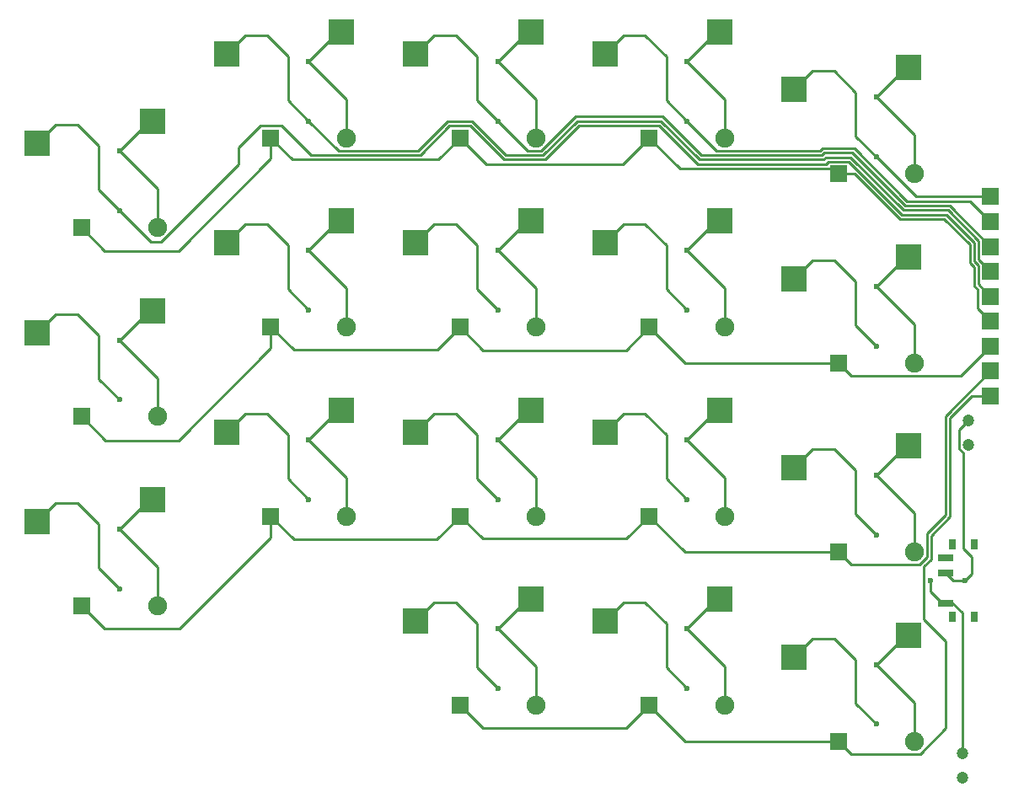
<source format=gbr>
%TF.GenerationSoftware,KiCad,Pcbnew,7.0.7*%
%TF.CreationDate,2023-11-30T20:13:54-05:00*%
%TF.ProjectId,pcb,7063622e-6b69-4636-9164-5f7063625858,v1.0.0*%
%TF.SameCoordinates,Original*%
%TF.FileFunction,Copper,L1,Top*%
%TF.FilePolarity,Positive*%
%FSLAX46Y46*%
G04 Gerber Fmt 4.6, Leading zero omitted, Abs format (unit mm)*
G04 Created by KiCad (PCBNEW 7.0.7) date 2023-11-30 20:13:54*
%MOMM*%
%LPD*%
G01*
G04 APERTURE LIST*
%TA.AperFunction,ComponentPad*%
%ADD10C,1.200000*%
%TD*%
%TA.AperFunction,SMDPad,CuDef*%
%ADD11R,2.600000X2.600000*%
%TD*%
%TA.AperFunction,ComponentPad*%
%ADD12R,1.778000X1.778000*%
%TD*%
%TA.AperFunction,ComponentPad*%
%ADD13C,1.905000*%
%TD*%
%TA.AperFunction,ComponentPad*%
%ADD14C,0.600000*%
%TD*%
%TA.AperFunction,SMDPad,CuDef*%
%ADD15R,0.800000X1.000000*%
%TD*%
%TA.AperFunction,SMDPad,CuDef*%
%ADD16R,1.500000X0.700000*%
%TD*%
%TA.AperFunction,Conductor*%
%ADD17C,0.250000*%
%TD*%
G04 APERTURE END LIST*
D10*
%TO.P,,1*%
%TO.N,POS*%
X84625000Y-500000D03*
%TO.P,,2*%
%TO.N,GND*%
X84625000Y-3000000D03*
%TD*%
D11*
%TO.P,S16,1*%
%TO.N,inner_col_far*%
X79275000Y30350000D03*
%TO.P,S16,2*%
%TO.N,col_far*%
X67725000Y28150000D03*
%TD*%
D12*
%TO.P,REF\u002A\u002A,1*%
%TO.N,row_outer*%
X87500000Y42900000D03*
%TD*%
D11*
%TO.P,S2,1*%
%TO.N,home_col_pinky*%
X3275000Y43950000D03*
%TO.P,S2,2*%
%TO.N,col_pinky*%
X-8275000Y41750000D03*
%TD*%
%TO.P,S11,1*%
%TO.N,thumb_col_index*%
X60275000Y14950000D03*
%TO.P,S11,2*%
%TO.N,col_index*%
X48725000Y12750000D03*
%TD*%
D12*
%TO.P,D5,1*%
%TO.N,row_home*%
X15190000Y42300000D03*
D13*
%TO.P,D5,2*%
%TO.N,home_col_ring*%
X22810000Y42300000D03*
%TD*%
D14*
%TO.P,REF\u002A\u002A,1*%
%TO.N,inner_col_pinky*%
X0Y22000000D03*
%TD*%
D11*
%TO.P,S12,1*%
%TO.N,inner_col_index*%
X60275000Y33950000D03*
%TO.P,S12,2*%
%TO.N,col_index*%
X48725000Y31750000D03*
%TD*%
D14*
%TO.P,REF\u002A\u002A,1*%
%TO.N,col_pinky*%
X0Y35000000D03*
%TD*%
%TO.P,REF\u002A\u002A,1*%
%TO.N,home_col_ring*%
X19000000Y50000000D03*
%TD*%
D11*
%TO.P,S4,1*%
%TO.N,inner_col_ring*%
X22275000Y33950000D03*
%TO.P,S4,2*%
%TO.N,col_ring*%
X10725000Y31750000D03*
%TD*%
%TO.P,S17,1*%
%TO.N,home_col_far*%
X79275000Y49350000D03*
%TO.P,S17,2*%
%TO.N,col_far*%
X67725000Y47150000D03*
%TD*%
D12*
%TO.P,D7,1*%
%TO.N,row_thumb*%
X34190000Y4300000D03*
D13*
%TO.P,D7,2*%
%TO.N,thumb_col_middle*%
X41810000Y4300000D03*
%TD*%
D14*
%TO.P,REF\u002A\u002A,1*%
%TO.N,outer_col_middle*%
X38000000Y69000000D03*
%TD*%
D12*
%TO.P,REF\u002A\u002A,1*%
%TO.N,col_middle*%
X87500000Y50400000D03*
%TD*%
%TO.P,D10,1*%
%TO.N,row_outer*%
X34190000Y61300000D03*
D13*
%TO.P,D10,2*%
%TO.N,outer_col_middle*%
X41810000Y61300000D03*
%TD*%
D14*
%TO.P,REF\u002A\u002A,1*%
%TO.N,col_ring*%
X19000000Y25000000D03*
%TD*%
%TO.P,REF\u002A\u002A,1*%
%TO.N,thumb_col_index*%
X57000000Y12000000D03*
%TD*%
%TO.P,REF\u002A\u002A,1*%
%TO.N,inner_col_middle*%
X38000000Y31000000D03*
%TD*%
%TO.P,REF\u002A\u002A,1*%
%TO.N,home_col_far*%
X76000000Y46400000D03*
%TD*%
D11*
%TO.P,S14,1*%
%TO.N,outer_col_index*%
X60275000Y71950000D03*
%TO.P,S14,2*%
%TO.N,col_index*%
X48725000Y69750000D03*
%TD*%
D12*
%TO.P,D3,1*%
%TO.N,row_outer*%
X-3810000Y52300000D03*
D13*
%TO.P,D3,2*%
%TO.N,outer_col_pinky*%
X3810000Y52300000D03*
%TD*%
D14*
%TO.P,REF\u002A\u002A,1*%
%TO.N,col_ring*%
X19000000Y63000000D03*
%TD*%
%TO.P,REF\u002A\u002A,1*%
%TO.N,outer_col_ring*%
X19000000Y69000000D03*
%TD*%
D12*
%TO.P,D9,1*%
%TO.N,row_home*%
X34190000Y42300000D03*
D13*
%TO.P,D9,2*%
%TO.N,home_col_middle*%
X41810000Y42300000D03*
%TD*%
D14*
%TO.P,REF\u002A\u002A,1*%
%TO.N,col_ring*%
X19000000Y44000000D03*
%TD*%
D12*
%TO.P,D18,1*%
%TO.N,row_outer*%
X72190000Y57700000D03*
D13*
%TO.P,D18,2*%
%TO.N,outer_col_far*%
X79810000Y57700000D03*
%TD*%
D12*
%TO.P,D8,1*%
%TO.N,row_inner*%
X34190000Y23300000D03*
D13*
%TO.P,D8,2*%
%TO.N,inner_col_middle*%
X41810000Y23300000D03*
%TD*%
D12*
%TO.P,D13,1*%
%TO.N,row_home*%
X53190000Y42300000D03*
D13*
%TO.P,D13,2*%
%TO.N,home_col_index*%
X60810000Y42300000D03*
%TD*%
D14*
%TO.P,REF\u002A\u002A,1*%
%TO.N,outer_col_index*%
X57000000Y69000000D03*
%TD*%
%TO.P,REF\u002A\u002A,1*%
%TO.N,col_pinky*%
X0Y16000000D03*
%TD*%
D11*
%TO.P,S8,1*%
%TO.N,inner_col_middle*%
X41275000Y33950000D03*
%TO.P,S8,2*%
%TO.N,col_middle*%
X29725000Y31750000D03*
%TD*%
D12*
%TO.P,REF\u002A\u002A,1*%
%TO.N,col_index*%
X87500000Y52900000D03*
%TD*%
D14*
%TO.P,REF\u002A\u002A,1*%
%TO.N,col_far*%
X76000000Y59400000D03*
%TD*%
D12*
%TO.P,REF\u002A\u002A,1*%
%TO.N,row_thumb*%
X87500000Y35400000D03*
%TD*%
D11*
%TO.P,S5,1*%
%TO.N,home_col_ring*%
X22275000Y52950000D03*
%TO.P,S5,2*%
%TO.N,col_ring*%
X10725000Y50750000D03*
%TD*%
D14*
%TO.P,REF\u002A\u002A,1*%
%TO.N,thumb_col_far*%
X76000000Y8400000D03*
%TD*%
D11*
%TO.P,S10,1*%
%TO.N,outer_col_middle*%
X41275000Y71950000D03*
%TO.P,S10,2*%
%TO.N,col_middle*%
X29725000Y69750000D03*
%TD*%
D12*
%TO.P,REF\u002A\u002A,1*%
%TO.N,col_pinky*%
X87500000Y45400000D03*
%TD*%
D11*
%TO.P,S1,1*%
%TO.N,inner_col_pinky*%
X3275000Y24950000D03*
%TO.P,S1,2*%
%TO.N,col_pinky*%
X-8275000Y22750000D03*
%TD*%
D14*
%TO.P,REF\u002A\u002A,1*%
%TO.N,col_pinky*%
X0Y54000000D03*
%TD*%
%TO.P,REF\u002A\u002A,1*%
%TO.N,home_col_middle*%
X38000000Y50000000D03*
%TD*%
%TO.P,REF\u002A\u002A,1*%
%TO.N,col_far*%
X76000000Y40400000D03*
%TD*%
%TO.P,REF\u002A\u002A,1*%
%TO.N,col_far*%
X76000000Y21400000D03*
%TD*%
D12*
%TO.P,REF\u002A\u002A,1*%
%TO.N,row_inner*%
X87500000Y37900000D03*
%TD*%
%TO.P,REF\u002A\u002A,1*%
%TO.N,col_ring*%
X87500000Y47900000D03*
%TD*%
D14*
%TO.P,REF\u002A\u002A,1*%
%TO.N,col_middle*%
X38000000Y25000000D03*
%TD*%
%TO.P,REF\u002A\u002A,1*%
%TO.N,col_index*%
X57000000Y6000000D03*
%TD*%
%TO.P,REF\u002A\u002A,1*%
%TO.N,outer_col_pinky*%
X0Y60000000D03*
%TD*%
%TO.P,REF\u002A\u002A,1*%
%TO.N,col_middle*%
X38000000Y6000000D03*
%TD*%
%TO.P,REF\u002A\u002A,1*%
%TO.N,col_middle*%
X38000000Y63000000D03*
%TD*%
D12*
%TO.P,REF\u002A\u002A,1*%
%TO.N,row_home*%
X87500000Y40400000D03*
%TD*%
D11*
%TO.P,S13,1*%
%TO.N,home_col_index*%
X60275000Y52950000D03*
%TO.P,S13,2*%
%TO.N,col_index*%
X48725000Y50750000D03*
%TD*%
%TO.P,S18,1*%
%TO.N,outer_col_far*%
X79275000Y68350000D03*
%TO.P,S18,2*%
%TO.N,col_far*%
X67725000Y66150000D03*
%TD*%
D14*
%TO.P,REF\u002A\u002A,1*%
%TO.N,col_far*%
X76000000Y2400000D03*
%TD*%
D12*
%TO.P,D14,1*%
%TO.N,row_outer*%
X53190000Y61300000D03*
D13*
%TO.P,D14,2*%
%TO.N,outer_col_index*%
X60810000Y61300000D03*
%TD*%
D14*
%TO.P,REF\u002A\u002A,1*%
%TO.N,outer_col_far*%
X76000000Y65400000D03*
%TD*%
D11*
%TO.P,S9,1*%
%TO.N,home_col_middle*%
X41275000Y52950000D03*
%TO.P,S9,2*%
%TO.N,col_middle*%
X29725000Y50750000D03*
%TD*%
D14*
%TO.P,REF\u002A\u002A,1*%
%TO.N,inner_col_far*%
X76000000Y27400000D03*
%TD*%
D11*
%TO.P,S15,1*%
%TO.N,thumb_col_far*%
X79275000Y11350000D03*
%TO.P,S15,2*%
%TO.N,col_far*%
X67725000Y9150000D03*
%TD*%
D14*
%TO.P,REF\u002A\u002A,1*%
%TO.N,col_middle*%
X38000000Y44000000D03*
%TD*%
D12*
%TO.P,D16,1*%
%TO.N,row_inner*%
X72190000Y19700000D03*
D13*
%TO.P,D16,2*%
%TO.N,inner_col_far*%
X79810000Y19700000D03*
%TD*%
D12*
%TO.P,D4,1*%
%TO.N,row_inner*%
X15190000Y23300000D03*
D13*
%TO.P,D4,2*%
%TO.N,inner_col_ring*%
X22810000Y23300000D03*
%TD*%
D11*
%TO.P,S6,1*%
%TO.N,outer_col_ring*%
X22275000Y71950000D03*
%TO.P,S6,2*%
%TO.N,col_ring*%
X10725000Y69750000D03*
%TD*%
D12*
%TO.P,REF\u002A\u002A,1*%
%TO.N,col_far*%
X87500000Y55400000D03*
%TD*%
%TO.P,D12,1*%
%TO.N,row_inner*%
X53190000Y23300000D03*
D13*
%TO.P,D12,2*%
%TO.N,inner_col_index*%
X60810000Y23300000D03*
%TD*%
D14*
%TO.P,REF\u002A\u002A,1*%
%TO.N,inner_col_ring*%
X19000000Y31000000D03*
%TD*%
D12*
%TO.P,D15,1*%
%TO.N,row_thumb*%
X72190000Y700000D03*
D13*
%TO.P,D15,2*%
%TO.N,thumb_col_far*%
X79810000Y700000D03*
%TD*%
D14*
%TO.P,REF\u002A\u002A,1*%
%TO.N,thumb_col_middle*%
X38000000Y12000000D03*
%TD*%
D12*
%TO.P,D17,1*%
%TO.N,row_home*%
X72190000Y38700000D03*
D13*
%TO.P,D17,2*%
%TO.N,home_col_far*%
X79810000Y38700000D03*
%TD*%
D12*
%TO.P,D2,1*%
%TO.N,row_home*%
X-3810000Y33300000D03*
D13*
%TO.P,D2,2*%
%TO.N,home_col_pinky*%
X3810000Y33300000D03*
%TD*%
D15*
%TO.P,,*%
%TO.N,*%
X83645000Y13175000D03*
X85855000Y13175000D03*
D14*
%TO.N,POS*%
X81425000Y16825000D03*
%TO.N,RAW*%
X84925000Y16825000D03*
D15*
%TO.N,*%
X83645000Y20475000D03*
X85855000Y20475000D03*
D16*
%TO.P,,1*%
%TO.N,POS*%
X82995000Y14575000D03*
%TO.P,,2*%
%TO.N,RAW*%
X82995000Y17575000D03*
%TO.P,,3*%
%TO.N,N/C*%
X82995000Y19075000D03*
%TD*%
D14*
%TO.P,REF\u002A\u002A,1*%
%TO.N,col_index*%
X57000000Y44000000D03*
%TD*%
D11*
%TO.P,S3,1*%
%TO.N,outer_col_pinky*%
X3275000Y62950000D03*
%TO.P,S3,2*%
%TO.N,col_pinky*%
X-8275000Y60750000D03*
%TD*%
D10*
%TO.P,,1*%
%TO.N,RAW*%
X85250000Y32950000D03*
%TO.P,,2*%
%TO.N,GND*%
X85250000Y30450000D03*
%TD*%
D14*
%TO.P,REF\u002A\u002A,1*%
%TO.N,col_index*%
X57000000Y25000000D03*
%TD*%
%TO.P,REF\u002A\u002A,1*%
%TO.N,col_index*%
X57000000Y63000000D03*
%TD*%
%TO.P,REF\u002A\u002A,1*%
%TO.N,home_col_index*%
X57000000Y50000000D03*
%TD*%
%TO.P,REF\u002A\u002A,1*%
%TO.N,home_col_pinky*%
X0Y41000000D03*
%TD*%
%TO.P,REF\u002A\u002A,1*%
%TO.N,inner_col_index*%
X57000000Y31000000D03*
%TD*%
D12*
%TO.P,D11,1*%
%TO.N,row_thumb*%
X53190000Y4300000D03*
D13*
%TO.P,D11,2*%
%TO.N,thumb_col_index*%
X60810000Y4300000D03*
%TD*%
D11*
%TO.P,S7,1*%
%TO.N,thumb_col_middle*%
X41275000Y14950000D03*
%TO.P,S7,2*%
%TO.N,col_middle*%
X29725000Y12750000D03*
%TD*%
D12*
%TO.P,D6,1*%
%TO.N,row_outer*%
X15190000Y61300000D03*
D13*
%TO.P,D6,2*%
%TO.N,outer_col_ring*%
X22810000Y61300000D03*
%TD*%
D12*
%TO.P,D1,1*%
%TO.N,row_inner*%
X-3810000Y14300000D03*
D13*
%TO.P,D1,2*%
%TO.N,inner_col_pinky*%
X3810000Y14300000D03*
%TD*%
D17*
%TO.N,inner_col_pinky*%
X3275000Y24950000D02*
X2950000Y24950000D01*
X3810000Y18190000D02*
X3810000Y14300000D01*
X2950000Y24950000D02*
X0Y22000000D01*
X0Y22000000D02*
X3810000Y18190000D01*
%TO.N,col_pinky*%
X58056500Y58672500D02*
X54197198Y62531802D01*
X85836000Y48927604D02*
X85836000Y50791208D01*
X85836000Y50791208D02*
X83027208Y53600000D01*
X-8275000Y22750000D02*
X-6400000Y24625000D01*
X-2089500Y37089500D02*
X0Y35000000D01*
X-4223350Y24625000D02*
X-2089500Y22491150D01*
X4166658Y50850000D02*
X3150000Y50850000D01*
X38627500Y59122500D02*
X35236000Y62514000D01*
X46129594Y62531802D02*
X42720292Y59122500D01*
X3150000Y50850000D02*
X0Y54000000D01*
X86286000Y46614000D02*
X86286000Y48477604D01*
X78550000Y53600000D02*
X73236000Y58914000D01*
X-4223350Y43625000D02*
X-2089500Y41491150D01*
X30197500Y59572500D02*
X19177500Y59572500D01*
X11975000Y58658342D02*
X4166658Y50850000D01*
X16236000Y62514000D02*
X14139000Y62514000D01*
X83027208Y53600000D02*
X78550000Y53600000D01*
X-6400000Y62625000D02*
X-4223350Y62625000D01*
X73236000Y58914000D02*
X71164000Y58914000D01*
X11975000Y60350000D02*
X11975000Y58658342D01*
X-6400000Y24625000D02*
X-4223350Y24625000D01*
X-2089500Y41491150D02*
X-2089500Y37089500D01*
X33139000Y62514000D02*
X30197500Y59572500D01*
X-8275000Y60750000D02*
X-6400000Y62625000D01*
X14139000Y62514000D02*
X11975000Y60350000D01*
X-2089500Y60491150D02*
X-2089500Y56089500D01*
X70922500Y58672500D02*
X58056500Y58672500D01*
X-2089500Y18089500D02*
X0Y16000000D01*
X71164000Y58914000D02*
X70922500Y58672500D01*
X-4223350Y62625000D02*
X-2089500Y60491150D01*
X-2089500Y22491150D02*
X-2089500Y18089500D01*
X87500000Y45400000D02*
X86286000Y46614000D01*
X-6400000Y43625000D02*
X-4223350Y43625000D01*
X-8275000Y41750000D02*
X-6400000Y43625000D01*
X54197198Y62531802D02*
X46129594Y62531802D01*
X86286000Y48477604D02*
X85836000Y48927604D01*
X19177500Y59572500D02*
X16236000Y62514000D01*
X42720292Y59122500D02*
X38627500Y59122500D01*
X-2089500Y56089500D02*
X0Y54000000D01*
X35236000Y62514000D02*
X33139000Y62514000D01*
%TO.N,home_col_pinky*%
X3275000Y43950000D02*
X2950000Y43950000D01*
X2950000Y43950000D02*
X0Y41000000D01*
X3810000Y37190000D02*
X3810000Y33300000D01*
X0Y41000000D02*
X3810000Y37190000D01*
%TO.N,outer_col_pinky*%
X3810000Y56190000D02*
X3810000Y52300000D01*
X2950000Y62950000D02*
X0Y60000000D01*
X3275000Y62950000D02*
X2950000Y62950000D01*
X0Y60000000D02*
X3810000Y56190000D01*
%TO.N,inner_col_ring*%
X22810000Y27190000D02*
X22810000Y23300000D01*
X19000000Y31000000D02*
X22810000Y27190000D01*
X21950000Y33950000D02*
X19000000Y31000000D01*
X22275000Y33950000D02*
X21950000Y33950000D01*
%TO.N,col_ring*%
X16910500Y50491150D02*
X16910500Y46089500D01*
X16910500Y31491150D02*
X16910500Y27089500D01*
X83213604Y54050000D02*
X78736396Y54050000D01*
X14776650Y71625000D02*
X16910500Y69491150D01*
X35422396Y62964000D02*
X32952604Y62964000D01*
X30011104Y60022500D02*
X21977500Y60022500D01*
X14776650Y33625000D02*
X16910500Y31491150D01*
X73422396Y59364000D02*
X70977604Y59364000D01*
X16910500Y27089500D02*
X19000000Y25000000D01*
X87500000Y47900000D02*
X86286000Y49114000D01*
X58242896Y59122500D02*
X54365396Y63000000D01*
X10725000Y50750000D02*
X12600000Y52625000D01*
X10725000Y31750000D02*
X12600000Y33625000D01*
X78736396Y54050000D02*
X73422396Y59364000D01*
X16910500Y69491150D02*
X16910500Y65089500D01*
X16910500Y46089500D02*
X19000000Y44000000D01*
X16910500Y65089500D02*
X19000000Y63000000D01*
X12600000Y33625000D02*
X14776650Y33625000D01*
X32952604Y62964000D02*
X30011104Y60022500D01*
X70736104Y59122500D02*
X58242896Y59122500D01*
X86286000Y50977604D02*
X83213604Y54050000D01*
X10725000Y69750000D02*
X12600000Y71625000D01*
X70977604Y59364000D02*
X70736104Y59122500D01*
X14776650Y52625000D02*
X16910500Y50491150D01*
X45961396Y63000000D02*
X42533896Y59572500D01*
X21977500Y60022500D02*
X19000000Y63000000D01*
X42533896Y59572500D02*
X38813896Y59572500D01*
X12600000Y52625000D02*
X14776650Y52625000D01*
X54365396Y63000000D02*
X45961396Y63000000D01*
X86286000Y49114000D02*
X86286000Y50977604D01*
X12600000Y71625000D02*
X14776650Y71625000D01*
X38813896Y59572500D02*
X35422396Y62964000D01*
%TO.N,home_col_ring*%
X22275000Y52950000D02*
X21950000Y52950000D01*
X22810000Y46190000D02*
X22810000Y42300000D01*
X21950000Y52950000D02*
X19000000Y50000000D01*
X19000000Y50000000D02*
X22810000Y46190000D01*
%TO.N,outer_col_ring*%
X21950000Y71950000D02*
X19000000Y69000000D01*
X19000000Y69000000D02*
X22810000Y65190000D01*
X22810000Y65190000D02*
X22810000Y61300000D01*
X22275000Y71950000D02*
X21950000Y71950000D01*
%TO.N,thumb_col_middle*%
X40950000Y14950000D02*
X38000000Y12000000D01*
X41810000Y8190000D02*
X41810000Y4300000D01*
X38000000Y12000000D02*
X41810000Y8190000D01*
X41275000Y14950000D02*
X40950000Y14950000D01*
%TO.N,col_middle*%
X35910500Y31491150D02*
X35910500Y27089500D01*
X29725000Y12750000D02*
X31600000Y14625000D01*
X83400000Y54500000D02*
X78922792Y54500000D01*
X35910500Y46089500D02*
X38000000Y44000000D01*
X40977500Y60022500D02*
X38000000Y63000000D01*
X42347500Y60022500D02*
X40977500Y60022500D01*
X45775000Y63450000D02*
X42347500Y60022500D01*
X35910500Y50491150D02*
X35910500Y46089500D01*
X35910500Y65089500D02*
X38000000Y63000000D01*
X34875000Y13526650D02*
X34875000Y13525000D01*
X31600000Y52625000D02*
X33776650Y52625000D01*
X31600000Y14625000D02*
X33776650Y14625000D01*
X35910500Y8089500D02*
X38000000Y6000000D01*
X54551792Y63450000D02*
X45775000Y63450000D01*
X35910500Y69491150D02*
X35910500Y65089500D01*
X34875000Y13525000D02*
X35910500Y12489500D01*
X31600000Y71625000D02*
X33776650Y71625000D01*
X33776650Y71625000D02*
X35910500Y69491150D01*
X35910500Y12489500D02*
X35910500Y8089500D01*
X33776650Y52625000D02*
X35910500Y50491150D01*
X29725000Y50750000D02*
X31600000Y52625000D01*
X31600000Y33625000D02*
X33776650Y33625000D01*
X33776650Y14625000D02*
X34875000Y13526650D01*
X78922792Y54500000D02*
X73608792Y59814000D01*
X70549708Y59572500D02*
X58429292Y59572500D01*
X87500000Y50400000D02*
X83400000Y54500000D01*
X33776650Y33625000D02*
X35910500Y31491150D01*
X29725000Y31750000D02*
X31600000Y33625000D01*
X58429292Y59572500D02*
X54551792Y63450000D01*
X70791208Y59814000D02*
X70549708Y59572500D01*
X73608792Y59814000D02*
X70791208Y59814000D01*
X35910500Y27089500D02*
X38000000Y25000000D01*
X29725000Y69750000D02*
X31600000Y71625000D01*
%TO.N,inner_col_middle*%
X38000000Y31000000D02*
X41810000Y27190000D01*
X40950000Y33950000D02*
X38000000Y31000000D01*
X41810000Y27190000D02*
X41810000Y23300000D01*
X41275000Y33950000D02*
X40950000Y33950000D01*
%TO.N,home_col_middle*%
X38000000Y50000000D02*
X41810000Y46190000D01*
X41810000Y46190000D02*
X41810000Y42300000D01*
X41275000Y52950000D02*
X40950000Y52950000D01*
X40950000Y52950000D02*
X38000000Y50000000D01*
%TO.N,outer_col_middle*%
X41810000Y65190000D02*
X41810000Y61300000D01*
X38000000Y69000000D02*
X41810000Y65190000D01*
X41275000Y71950000D02*
X40950000Y71950000D01*
X40950000Y71950000D02*
X38000000Y69000000D01*
%TO.N,thumb_col_index*%
X57000000Y12000000D02*
X60810000Y8190000D01*
X60810000Y8190000D02*
X60810000Y4300000D01*
X60275000Y14950000D02*
X59950000Y14950000D01*
X59950000Y14950000D02*
X57000000Y12000000D01*
%TO.N,col_index*%
X52776650Y14625000D02*
X54910500Y12491150D01*
X85450000Y54950000D02*
X79109188Y54950000D01*
X70363312Y60022500D02*
X59977500Y60022500D01*
X52776650Y33625000D02*
X54910500Y31491150D01*
X59977500Y60022500D02*
X57000000Y63000000D01*
X54910500Y8089500D02*
X57000000Y6000000D01*
X50600000Y52625000D02*
X52776650Y52625000D01*
X54910500Y12491150D02*
X54910500Y8089500D01*
X48725000Y50750000D02*
X50600000Y52625000D01*
X54910500Y27089500D02*
X57000000Y25000000D01*
X87500000Y52900000D02*
X85450000Y54950000D01*
X79109188Y54950000D02*
X73795188Y60264000D01*
X50600000Y33625000D02*
X52776650Y33625000D01*
X54910500Y46089500D02*
X57000000Y44000000D01*
X48725000Y69750000D02*
X50600000Y71625000D01*
X54910500Y31491150D02*
X54910500Y27089500D01*
X73795188Y60264000D02*
X70604812Y60264000D01*
X54910500Y50491150D02*
X54910500Y46089500D01*
X50600000Y71625000D02*
X52776650Y71625000D01*
X48725000Y12750000D02*
X50600000Y14625000D01*
X52776650Y52625000D02*
X54910500Y50491150D01*
X48725000Y31750000D02*
X50600000Y33625000D01*
X52776650Y71625000D02*
X54910500Y69491150D01*
X50600000Y14625000D02*
X52776650Y14625000D01*
X70604812Y60264000D02*
X70363312Y60022500D01*
X54910500Y69491150D02*
X54910500Y65089500D01*
X54910500Y65089500D02*
X57000000Y63000000D01*
%TO.N,inner_col_index*%
X59950000Y33950000D02*
X57000000Y31000000D01*
X60810000Y27190000D02*
X60810000Y23300000D01*
X60275000Y33950000D02*
X59950000Y33950000D01*
X57000000Y31000000D02*
X60810000Y27190000D01*
%TO.N,home_col_index*%
X60275000Y52950000D02*
X59950000Y52950000D01*
X57000000Y50000000D02*
X60810000Y46190000D01*
X60810000Y46190000D02*
X60810000Y42300000D01*
X59950000Y52950000D02*
X57000000Y50000000D01*
%TO.N,outer_col_index*%
X57000000Y69000000D02*
X60810000Y65190000D01*
X59950000Y71950000D02*
X57000000Y69000000D01*
X60275000Y71950000D02*
X59950000Y71950000D01*
X60810000Y65190000D02*
X60810000Y61300000D01*
%TO.N,thumb_col_far*%
X78950000Y11350000D02*
X76000000Y8400000D01*
X79810000Y4590000D02*
X79810000Y700000D01*
X76000000Y8400000D02*
X79810000Y4590000D01*
X79275000Y11350000D02*
X78950000Y11350000D01*
%TO.N,col_far*%
X80000000Y55400000D02*
X76000000Y59400000D01*
X67725000Y28150000D02*
X69600000Y30025000D01*
X71776650Y11025000D02*
X73910500Y8891150D01*
X73910500Y23489500D02*
X76000000Y21400000D01*
X69600000Y11025000D02*
X71776650Y11025000D01*
X87500000Y55400000D02*
X80000000Y55400000D01*
X73910500Y46891150D02*
X73910500Y42489500D01*
X71776650Y30025000D02*
X73910500Y27891150D01*
X73910500Y8891150D02*
X73910500Y4489500D01*
X71776650Y68025000D02*
X73910500Y65891150D01*
X73910500Y65891150D02*
X73910500Y61489500D01*
X73910500Y27891150D02*
X73910500Y23489500D01*
X67725000Y47150000D02*
X69600000Y49025000D01*
X87750000Y55400000D02*
X87800000Y55450000D01*
X69600000Y49025000D02*
X71776650Y49025000D01*
X67725000Y66150000D02*
X69600000Y68025000D01*
X71776650Y49025000D02*
X73910500Y46891150D01*
X73910500Y4489500D02*
X76000000Y2400000D01*
X69600000Y30025000D02*
X71776650Y30025000D01*
X67725000Y9150000D02*
X69600000Y11025000D01*
X73910500Y42489500D02*
X76000000Y40400000D01*
X73910500Y61489500D02*
X76000000Y59400000D01*
X69600000Y68025000D02*
X71776650Y68025000D01*
%TO.N,inner_col_far*%
X78950000Y30350000D02*
X76000000Y27400000D01*
X76000000Y27400000D02*
X79810000Y23590000D01*
X79810000Y23590000D02*
X79810000Y19700000D01*
X79275000Y30350000D02*
X78950000Y30350000D01*
%TO.N,home_col_far*%
X79810000Y42590000D02*
X79810000Y38700000D01*
X79275000Y49350000D02*
X78950000Y49350000D01*
X76000000Y46400000D02*
X79810000Y42590000D01*
X78950000Y49350000D02*
X76000000Y46400000D01*
%TO.N,outer_col_far*%
X76000000Y65400000D02*
X79810000Y61590000D01*
X78950000Y68350000D02*
X76000000Y65400000D01*
X79275000Y68350000D02*
X78950000Y68350000D01*
X79810000Y61590000D02*
X79810000Y57700000D01*
%TO.N,row_inner*%
X56790000Y19700000D02*
X72190000Y19700000D01*
X15190000Y21190000D02*
X15190000Y23300000D01*
X82975000Y23425000D02*
X81087500Y21537500D01*
X81087500Y21537500D02*
X81087500Y19170842D01*
X31840000Y20950000D02*
X34190000Y23300000D01*
X53190000Y23300000D02*
X56790000Y19700000D01*
X17540000Y20950000D02*
X31840000Y20950000D01*
X87500000Y37900000D02*
X82975000Y33375000D01*
X82975000Y33375000D02*
X82975000Y23425000D01*
X87500000Y37750000D02*
X87500000Y37900000D01*
X36465000Y21025000D02*
X50915000Y21025000D01*
X6000000Y12000000D02*
X15190000Y21190000D01*
X81087500Y19170842D02*
X80339158Y18422500D01*
X34190000Y23300000D02*
X36465000Y21025000D01*
X80339158Y18422500D02*
X73467500Y18422500D01*
X-1510000Y12000000D02*
X6000000Y12000000D01*
X15190000Y23300000D02*
X17540000Y20950000D01*
X50915000Y21025000D02*
X53190000Y23300000D01*
X73467500Y18422500D02*
X72190000Y19700000D01*
X-3810000Y14300000D02*
X-1510000Y12000000D01*
%TO.N,row_home*%
X31890000Y40000000D02*
X17490000Y40000000D01*
X72190000Y38700000D02*
X56790000Y38700000D01*
X56790000Y38700000D02*
X53190000Y42300000D01*
X34190000Y42300000D02*
X31890000Y40000000D01*
X-1435000Y30925000D02*
X5950000Y30925000D01*
X50865000Y39975000D02*
X36515000Y39975000D01*
X73467500Y37422500D02*
X84522500Y37422500D01*
X-3810000Y33300000D02*
X-1435000Y30925000D01*
X15190000Y40165000D02*
X15190000Y42300000D01*
X5950000Y30925000D02*
X15190000Y40165000D01*
X17490000Y40000000D02*
X15190000Y42300000D01*
X36515000Y39975000D02*
X34190000Y42300000D01*
X84522500Y37422500D02*
X87500000Y40400000D01*
X53190000Y42300000D02*
X50865000Y39975000D01*
X72190000Y38700000D02*
X73467500Y37422500D01*
%TO.N,row_outer*%
X82840812Y53150000D02*
X85386000Y50604812D01*
X85386000Y48741208D02*
X85836000Y48291208D01*
X53190000Y61300000D02*
X56267500Y58222500D01*
X85386000Y50604812D02*
X85386000Y48741208D01*
X56267500Y58222500D02*
X71667500Y58222500D01*
X72190000Y57700000D02*
X73813604Y57700000D01*
X36817500Y58672500D02*
X50562500Y58672500D01*
X34190000Y61300000D02*
X36817500Y58672500D01*
X50562500Y58672500D02*
X53190000Y61300000D01*
X86200000Y44200000D02*
X87500000Y42900000D01*
X85836000Y48291208D02*
X85836000Y46427604D01*
X15190000Y59265000D02*
X15190000Y61300000D01*
X73813604Y57700000D02*
X78363604Y53150000D01*
X86200000Y46063604D02*
X86200000Y44200000D01*
X71667500Y58222500D02*
X72190000Y57700000D01*
X78363604Y53150000D02*
X82840812Y53150000D01*
X17367500Y59122500D02*
X32012500Y59122500D01*
X15190000Y61300000D02*
X17367500Y59122500D01*
X85836000Y46427604D02*
X86200000Y46063604D01*
X-1485000Y49975000D02*
X5900000Y49975000D01*
X32012500Y59122500D02*
X34190000Y61300000D01*
X5900000Y49975000D02*
X15190000Y59265000D01*
X-3810000Y52300000D02*
X-1485000Y49975000D01*
%TO.N,row_thumb*%
X80800000Y18246946D02*
X81537500Y18984446D01*
X72190000Y700000D02*
X73467500Y-577500D01*
X80397500Y-577500D02*
X82975000Y2000000D01*
X56790000Y700000D02*
X72190000Y700000D01*
X81537500Y21351104D02*
X83425000Y23238604D01*
X34190000Y4300000D02*
X36465000Y2025000D01*
X80800000Y12925000D02*
X80800000Y18246946D01*
X82975000Y2000000D02*
X82975000Y10750000D01*
X53190000Y4300000D02*
X56790000Y700000D01*
X36465000Y2025000D02*
X50915000Y2025000D01*
X83425000Y33188604D02*
X85636396Y35400000D01*
X73467500Y-577500D02*
X80397500Y-577500D01*
X81537500Y18984446D02*
X81537500Y21351104D01*
X50915000Y2025000D02*
X53190000Y4300000D01*
X83425000Y23238604D02*
X83425000Y33188604D01*
X85636396Y35400000D02*
X87500000Y35400000D01*
X82975000Y10750000D02*
X80800000Y12925000D01*
%TO.N,POS*%
X84625000Y-500000D02*
X84625000Y13625000D01*
X81425000Y16825000D02*
X81425000Y15750000D01*
X81425000Y15750000D02*
X82600000Y14575000D01*
X83675000Y14575000D02*
X82995000Y14575000D01*
X82600000Y14575000D02*
X82995000Y14575000D01*
X84625000Y13625000D02*
X83675000Y14575000D01*
%TO.N,RAW*%
X85580000Y19170000D02*
X84725000Y20025000D01*
X84325000Y30066852D02*
X84325000Y32025000D01*
X84925000Y16825000D02*
X83745000Y16825000D01*
X84725000Y20025000D02*
X84725000Y29666852D01*
X84725000Y29666852D02*
X84325000Y30066852D01*
X85580000Y17480000D02*
X85580000Y19170000D01*
X83745000Y16825000D02*
X82995000Y17575000D01*
X84325000Y32025000D02*
X85250000Y32950000D01*
X84925000Y16825000D02*
X85580000Y17480000D01*
%TD*%
M02*

</source>
